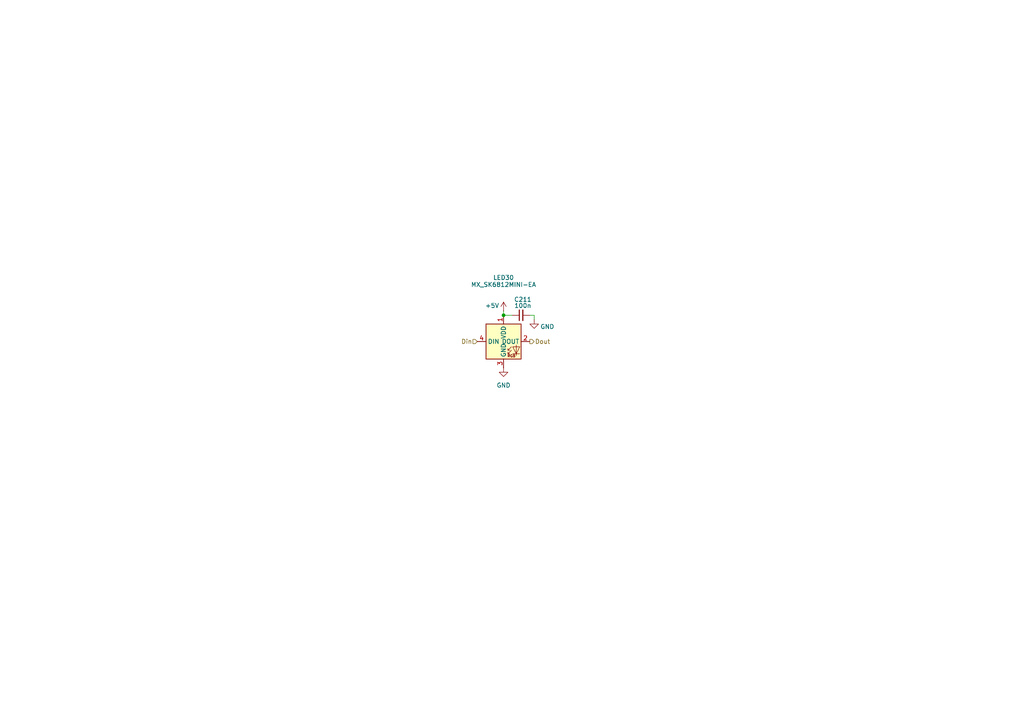
<source format=kicad_sch>
(kicad_sch
	(version 20231120)
	(generator "eeschema")
	(generator_version "8.0")
	(uuid "9bebb41a-c01e-482a-919d-3187afe53f28")
	(paper "A4")
	(lib_symbols
		(symbol "Device:C_Small"
			(pin_numbers hide)
			(pin_names
				(offset 0.254) hide)
			(exclude_from_sim no)
			(in_bom yes)
			(on_board yes)
			(property "Reference" "C"
				(at 0.254 1.778 0)
				(effects
					(font
						(size 1.27 1.27)
					)
					(justify left)
				)
			)
			(property "Value" "C_Small"
				(at 0.254 -2.032 0)
				(effects
					(font
						(size 1.27 1.27)
					)
					(justify left)
				)
			)
			(property "Footprint" ""
				(at 0 0 0)
				(effects
					(font
						(size 1.27 1.27)
					)
					(hide yes)
				)
			)
			(property "Datasheet" "~"
				(at 0 0 0)
				(effects
					(font
						(size 1.27 1.27)
					)
					(hide yes)
				)
			)
			(property "Description" "Unpolarized capacitor, small symbol"
				(at 0 0 0)
				(effects
					(font
						(size 1.27 1.27)
					)
					(hide yes)
				)
			)
			(property "ki_keywords" "capacitor cap"
				(at 0 0 0)
				(effects
					(font
						(size 1.27 1.27)
					)
					(hide yes)
				)
			)
			(property "ki_fp_filters" "C_*"
				(at 0 0 0)
				(effects
					(font
						(size 1.27 1.27)
					)
					(hide yes)
				)
			)
			(symbol "C_Small_0_1"
				(polyline
					(pts
						(xy -1.524 -0.508) (xy 1.524 -0.508)
					)
					(stroke
						(width 0.3302)
						(type default)
					)
					(fill
						(type none)
					)
				)
				(polyline
					(pts
						(xy -1.524 0.508) (xy 1.524 0.508)
					)
					(stroke
						(width 0.3048)
						(type default)
					)
					(fill
						(type none)
					)
				)
			)
			(symbol "C_Small_1_1"
				(pin passive line
					(at 0 2.54 270)
					(length 2.032)
					(name "~"
						(effects
							(font
								(size 1.27 1.27)
							)
						)
					)
					(number "1"
						(effects
							(font
								(size 1.27 1.27)
							)
						)
					)
				)
				(pin passive line
					(at 0 -2.54 90)
					(length 2.032)
					(name "~"
						(effects
							(font
								(size 1.27 1.27)
							)
						)
					)
					(number "2"
						(effects
							(font
								(size 1.27 1.27)
							)
						)
					)
				)
			)
		)
		(symbol "fahajboard:MX_SK6812MINI-EA"
			(exclude_from_sim no)
			(in_bom yes)
			(on_board yes)
			(property "Reference" "LED31"
				(at 0 16.51 0)
				(effects
					(font
						(size 1.27 1.27)
					)
				)
			)
			(property "Value" "MX_SK6812MINI-EA"
				(at 0 14.605 0)
				(effects
					(font
						(size 1.27 1.27)
					)
				)
			)
			(property "Footprint" "MoonBoard:SK 6812 MINI-EA"
				(at 0 -19.05 0)
				(effects
					(font
						(size 1.27 1.27)
					)
					(hide yes)
				)
			)
			(property "Datasheet" ""
				(at 0 0 0)
				(effects
					(font
						(size 1.27 1.27)
					)
					(hide yes)
				)
			)
			(property "Description" "Reverse mount adressable LED (WS2812 protocol)"
				(at 0 0 0)
				(effects
					(font
						(size 1.27 1.27)
					)
					(hide yes)
				)
			)
			(property "ki_keywords" "reverse mount led revmount rgb"
				(at 0 0 0)
				(effects
					(font
						(size 1.27 1.27)
					)
					(hide yes)
				)
			)
			(symbol "MX_SK6812MINI-EA_0_0"
				(text "RGB"
					(at 2.286 -4.191 0)
					(effects
						(font
							(size 0.762 0.762)
						)
					)
				)
			)
			(symbol "MX_SK6812MINI-EA_0_1"
				(rectangle
					(start -5.08 5.08)
					(end 5.08 -5.08)
					(stroke
						(width 0.254)
						(type default)
					)
					(fill
						(type background)
					)
				)
				(polyline
					(pts
						(xy 1.27 -3.556) (xy 1.778 -3.556)
					)
					(stroke
						(width 0)
						(type default)
					)
					(fill
						(type none)
					)
				)
				(polyline
					(pts
						(xy 1.27 -2.54) (xy 1.778 -2.54)
					)
					(stroke
						(width 0)
						(type default)
					)
					(fill
						(type none)
					)
				)
				(polyline
					(pts
						(xy 4.699 -3.556) (xy 2.667 -3.556)
					)
					(stroke
						(width 0)
						(type default)
					)
					(fill
						(type none)
					)
				)
				(polyline
					(pts
						(xy 2.286 -2.54) (xy 1.27 -3.556) (xy 1.27 -3.048)
					)
					(stroke
						(width 0)
						(type default)
					)
					(fill
						(type none)
					)
				)
				(polyline
					(pts
						(xy 2.286 -1.524) (xy 1.27 -2.54) (xy 1.27 -2.032)
					)
					(stroke
						(width 0)
						(type default)
					)
					(fill
						(type none)
					)
				)
				(polyline
					(pts
						(xy 3.683 -1.016) (xy 3.683 -3.556) (xy 3.683 -4.064)
					)
					(stroke
						(width 0)
						(type default)
					)
					(fill
						(type none)
					)
				)
				(polyline
					(pts
						(xy 4.699 -1.524) (xy 2.667 -1.524) (xy 3.683 -3.556) (xy 4.699 -1.524)
					)
					(stroke
						(width 0)
						(type default)
					)
					(fill
						(type none)
					)
				)
			)
			(symbol "MX_SK6812MINI-EA_1_1"
				(pin power_in line
					(at 0 7.62 270)
					(length 2.54)
					(name "VDD"
						(effects
							(font
								(size 1.27 1.27)
							)
						)
					)
					(number "1"
						(effects
							(font
								(size 1.27 1.27)
							)
						)
					)
				)
				(pin output line
					(at 7.62 0 180)
					(length 2.54)
					(name "DOUT"
						(effects
							(font
								(size 1.27 1.27)
							)
						)
					)
					(number "2"
						(effects
							(font
								(size 1.27 1.27)
							)
						)
					)
				)
				(pin power_in line
					(at 0 -7.62 90)
					(length 2.54)
					(name "GND"
						(effects
							(font
								(size 1.27 1.27)
							)
						)
					)
					(number "3"
						(effects
							(font
								(size 1.27 1.27)
							)
						)
					)
				)
				(pin input line
					(at -7.62 0 0)
					(length 2.54)
					(name "DIN"
						(effects
							(font
								(size 1.27 1.27)
							)
						)
					)
					(number "4"
						(effects
							(font
								(size 1.27 1.27)
							)
						)
					)
				)
			)
		)
		(symbol "power:+5V"
			(power)
			(pin_numbers hide)
			(pin_names
				(offset 0) hide)
			(exclude_from_sim no)
			(in_bom yes)
			(on_board yes)
			(property "Reference" "#PWR"
				(at 0 -3.81 0)
				(effects
					(font
						(size 1.27 1.27)
					)
					(hide yes)
				)
			)
			(property "Value" "+5V"
				(at 0 3.556 0)
				(effects
					(font
						(size 1.27 1.27)
					)
				)
			)
			(property "Footprint" ""
				(at 0 0 0)
				(effects
					(font
						(size 1.27 1.27)
					)
					(hide yes)
				)
			)
			(property "Datasheet" ""
				(at 0 0 0)
				(effects
					(font
						(size 1.27 1.27)
					)
					(hide yes)
				)
			)
			(property "Description" "Power symbol creates a global label with name \"+5V\""
				(at 0 0 0)
				(effects
					(font
						(size 1.27 1.27)
					)
					(hide yes)
				)
			)
			(property "ki_keywords" "global power"
				(at 0 0 0)
				(effects
					(font
						(size 1.27 1.27)
					)
					(hide yes)
				)
			)
			(symbol "+5V_0_1"
				(polyline
					(pts
						(xy -0.762 1.27) (xy 0 2.54)
					)
					(stroke
						(width 0)
						(type default)
					)
					(fill
						(type none)
					)
				)
				(polyline
					(pts
						(xy 0 0) (xy 0 2.54)
					)
					(stroke
						(width 0)
						(type default)
					)
					(fill
						(type none)
					)
				)
				(polyline
					(pts
						(xy 0 2.54) (xy 0.762 1.27)
					)
					(stroke
						(width 0)
						(type default)
					)
					(fill
						(type none)
					)
				)
			)
			(symbol "+5V_1_1"
				(pin power_in line
					(at 0 0 90)
					(length 0)
					(name "~"
						(effects
							(font
								(size 1.27 1.27)
							)
						)
					)
					(number "1"
						(effects
							(font
								(size 1.27 1.27)
							)
						)
					)
				)
			)
		)
		(symbol "power:GND"
			(power)
			(pin_numbers hide)
			(pin_names
				(offset 0) hide)
			(exclude_from_sim no)
			(in_bom yes)
			(on_board yes)
			(property "Reference" "#PWR"
				(at 0 -6.35 0)
				(effects
					(font
						(size 1.27 1.27)
					)
					(hide yes)
				)
			)
			(property "Value" "GND"
				(at 0 -3.81 0)
				(effects
					(font
						(size 1.27 1.27)
					)
				)
			)
			(property "Footprint" ""
				(at 0 0 0)
				(effects
					(font
						(size 1.27 1.27)
					)
					(hide yes)
				)
			)
			(property "Datasheet" ""
				(at 0 0 0)
				(effects
					(font
						(size 1.27 1.27)
					)
					(hide yes)
				)
			)
			(property "Description" "Power symbol creates a global label with name \"GND\" , ground"
				(at 0 0 0)
				(effects
					(font
						(size 1.27 1.27)
					)
					(hide yes)
				)
			)
			(property "ki_keywords" "global power"
				(at 0 0 0)
				(effects
					(font
						(size 1.27 1.27)
					)
					(hide yes)
				)
			)
			(symbol "GND_0_1"
				(polyline
					(pts
						(xy 0 0) (xy 0 -1.27) (xy 1.27 -1.27) (xy 0 -2.54) (xy -1.27 -1.27) (xy 0 -1.27)
					)
					(stroke
						(width 0)
						(type default)
					)
					(fill
						(type none)
					)
				)
			)
			(symbol "GND_1_1"
				(pin power_in line
					(at 0 0 270)
					(length 0)
					(name "~"
						(effects
							(font
								(size 1.27 1.27)
							)
						)
					)
					(number "1"
						(effects
							(font
								(size 1.27 1.27)
							)
						)
					)
				)
			)
		)
	)
	(junction
		(at 146.05 91.44)
		(diameter 0)
		(color 0 0 0 0)
		(uuid "ab868c30-5853-46d0-83a1-ae3797ec9520")
	)
	(wire
		(pts
			(xy 146.05 90.17) (xy 146.05 91.44)
		)
		(stroke
			(width 0)
			(type default)
		)
		(uuid "92836e61-9489-49d3-aae6-98632989e334")
	)
	(wire
		(pts
			(xy 153.67 91.44) (xy 154.94 91.44)
		)
		(stroke
			(width 0)
			(type default)
		)
		(uuid "bbba5385-ca83-49cb-8312-3d4d7305ddbe")
	)
	(wire
		(pts
			(xy 146.05 91.44) (xy 148.59 91.44)
		)
		(stroke
			(width 0)
			(type default)
		)
		(uuid "c59fda7a-3b1c-4efb-868c-6dc566a32826")
	)
	(wire
		(pts
			(xy 154.94 91.44) (xy 154.94 92.71)
		)
		(stroke
			(width 0)
			(type default)
		)
		(uuid "c724acc5-5d4f-4c0c-a05c-bb888c74c4ca")
	)
	(hierarchical_label "Dout"
		(shape output)
		(at 153.67 99.06 0)
		(fields_autoplaced yes)
		(effects
			(font
				(size 1.27 1.27)
			)
			(justify left)
		)
		(uuid "2d952f6b-50e3-4f69-9dad-651c99d5347a")
	)
	(hierarchical_label "Din"
		(shape input)
		(at 138.43 99.06 180)
		(fields_autoplaced yes)
		(effects
			(font
				(size 1.27 1.27)
			)
			(justify right)
		)
		(uuid "f0f6b6d3-1cc6-447a-8a7a-f9cdc9ebef0a")
	)
	(symbol
		(lib_id "power:GND")
		(at 146.05 106.68 0)
		(unit 1)
		(exclude_from_sim no)
		(in_bom yes)
		(on_board yes)
		(dnp no)
		(fields_autoplaced yes)
		(uuid "6fded430-87ff-4ca5-af2a-b1395f9d253f")
		(property "Reference" "#PWR0474"
			(at 146.05 113.03 0)
			(effects
				(font
					(size 1.27 1.27)
				)
				(hide yes)
			)
		)
		(property "Value" "GND"
			(at 146.05 111.76 0)
			(effects
				(font
					(size 1.27 1.27)
				)
			)
		)
		(property "Footprint" ""
			(at 146.05 106.68 0)
			(effects
				(font
					(size 1.27 1.27)
				)
				(hide yes)
			)
		)
		(property "Datasheet" ""
			(at 146.05 106.68 0)
			(effects
				(font
					(size 1.27 1.27)
				)
				(hide yes)
			)
		)
		(property "Description" "Power symbol creates a global label with name \"GND\" , ground"
			(at 146.05 106.68 0)
			(effects
				(font
					(size 1.27 1.27)
				)
				(hide yes)
			)
		)
		(pin "1"
			(uuid "4e3ff325-c9a6-48fb-b3c3-1616476863ee")
		)
		(instances
			(project "hall effect keyboard"
				(path "/d6cd2c7a-4b62-4ee3-9519-bce8a1bda3f1/a26a8aa4-acd6-4116-aaa2-8a8a474f0fd9/06fac206-1018-4014-b94d-5e0237c78490"
					(reference "#PWR0474")
					(unit 1)
				)
				(path "/d6cd2c7a-4b62-4ee3-9519-bce8a1bda3f1/a26a8aa4-acd6-4116-aaa2-8a8a474f0fd9/0d5bec7b-2619-4fea-87f2-2aa1b399f2de"
					(reference "#PWR0405")
					(unit 1)
				)
				(path "/d6cd2c7a-4b62-4ee3-9519-bce8a1bda3f1/a26a8aa4-acd6-4116-aaa2-8a8a474f0fd9/0ef33708-a9a0-4b19-b31b-f071044bae82"
					(reference "#PWR0498")
					(unit 1)
				)
				(path "/d6cd2c7a-4b62-4ee3-9519-bce8a1bda3f1/a26a8aa4-acd6-4116-aaa2-8a8a474f0fd9/11f21610-e9ab-48c1-b158-9f807a86a3d7"
					(reference "#PWR0555")
					(unit 1)
				)
				(path "/d6cd2c7a-4b62-4ee3-9519-bce8a1bda3f1/a26a8aa4-acd6-4116-aaa2-8a8a474f0fd9/12da3aa8-b750-4b04-9b5d-05d0429bba39"
					(reference "#PWR0471")
					(unit 1)
				)
				(path "/d6cd2c7a-4b62-4ee3-9519-bce8a1bda3f1/a26a8aa4-acd6-4116-aaa2-8a8a474f0fd9/1314dddf-2829-4cda-94d6-ec3eee4be234"
					(reference "#PWR0582")
					(unit 1)
				)
				(path "/d6cd2c7a-4b62-4ee3-9519-bce8a1bda3f1/a26a8aa4-acd6-4116-aaa2-8a8a474f0fd9/2161653f-0c5b-436a-8788-dbfb368c26cf"
					(reference "#PWR0486")
					(unit 1)
				)
				(path "/d6cd2c7a-4b62-4ee3-9519-bce8a1bda3f1/a26a8aa4-acd6-4116-aaa2-8a8a474f0fd9/2374db00-a6ed-4a48-a2ba-a1fda185e714"
					(reference "#PWR0501")
					(unit 1)
				)
				(path "/d6cd2c7a-4b62-4ee3-9519-bce8a1bda3f1/a26a8aa4-acd6-4116-aaa2-8a8a474f0fd9/261d9e84-527f-493c-a8ca-80c21a1e5611"
					(reference "#PWR0393")
					(unit 1)
				)
				(path "/d6cd2c7a-4b62-4ee3-9519-bce8a1bda3f1/a26a8aa4-acd6-4116-aaa2-8a8a474f0fd9/2d735934-962c-496a-8d21-07e766b202e3"
					(reference "#PWR0420")
					(unit 1)
				)
				(path "/d6cd2c7a-4b62-4ee3-9519-bce8a1bda3f1/a26a8aa4-acd6-4116-aaa2-8a8a474f0fd9/2f470bb0-5579-45d2-8440-bc6e3336c90a"
					(reference "#PWR0411")
					(unit 1)
				)
				(path "/d6cd2c7a-4b62-4ee3-9519-bce8a1bda3f1/a26a8aa4-acd6-4116-aaa2-8a8a474f0fd9/39e7a2e3-2c7c-460a-924b-452d91c3efe3"
					(reference "#PWR0483")
					(unit 1)
				)
				(path "/d6cd2c7a-4b62-4ee3-9519-bce8a1bda3f1/a26a8aa4-acd6-4116-aaa2-8a8a474f0fd9/416d22c7-d0ff-40ad-b03f-d9518209503a"
					(reference "#PWR0495")
					(unit 1)
				)
				(path "/d6cd2c7a-4b62-4ee3-9519-bce8a1bda3f1/a26a8aa4-acd6-4116-aaa2-8a8a474f0fd9/42c48599-dd54-4e91-8aff-f2f4cac71114"
					(reference "#PWR0402")
					(unit 1)
				)
				(path "/d6cd2c7a-4b62-4ee3-9519-bce8a1bda3f1/a26a8aa4-acd6-4116-aaa2-8a8a474f0fd9/45196c05-6c71-4d5d-9035-a0fd9d87755f"
					(reference "#PWR0585")
					(unit 1)
				)
				(path "/d6cd2c7a-4b62-4ee3-9519-bce8a1bda3f1/a26a8aa4-acd6-4116-aaa2-8a8a474f0fd9/4bf6e583-d0cc-439c-a4ea-dc26b848a337"
					(reference "#PWR0558")
					(unit 1)
				)
				(path "/d6cd2c7a-4b62-4ee3-9519-bce8a1bda3f1/a26a8aa4-acd6-4116-aaa2-8a8a474f0fd9/4d867171-15c6-4416-8395-83a5c2da474b"
					(reference "#PWR0480")
					(unit 1)
				)
				(path "/d6cd2c7a-4b62-4ee3-9519-bce8a1bda3f1/a26a8aa4-acd6-4116-aaa2-8a8a474f0fd9/4e773e5f-9016-4a12-9c71-2c01157986ae"
					(reference "#PWR0564")
					(unit 1)
				)
				(path "/d6cd2c7a-4b62-4ee3-9519-bce8a1bda3f1/a26a8aa4-acd6-4116-aaa2-8a8a474f0fd9/5226ee72-97f7-4324-b353-f5e8d9ea99bc"
					(reference "#PWR0504")
					(unit 1)
				)
				(path "/d6cd2c7a-4b62-4ee3-9519-bce8a1bda3f1/a26a8aa4-acd6-4116-aaa2-8a8a474f0fd9/524973f8-53ee-429f-a9cb-b8552bb2cc6a"
					(reference "#PWR0414")
					(unit 1)
				)
				(path "/d6cd2c7a-4b62-4ee3-9519-bce8a1bda3f1/a26a8aa4-acd6-4116-aaa2-8a8a474f0fd9/5b9c1f68-7d99-4d4a-8cc9-224ad46bea69"
					(reference "#PWR0477")
					(unit 1)
				)
				(path "/d6cd2c7a-4b62-4ee3-9519-bce8a1bda3f1/a26a8aa4-acd6-4116-aaa2-8a8a474f0fd9/7e560459-3ee8-4d5a-b144-77d78157d3ea"
					(reference "#PWR0390")
					(unit 1)
				)
				(path "/d6cd2c7a-4b62-4ee3-9519-bce8a1bda3f1/a26a8aa4-acd6-4116-aaa2-8a8a474f0fd9/8917f80e-afef-4ac1-b052-2ae007869387"
					(reference "#PWR0408")
					(unit 1)
				)
				(path "/d6cd2c7a-4b62-4ee3-9519-bce8a1bda3f1/a26a8aa4-acd6-4116-aaa2-8a8a474f0fd9/8fc119f6-fef9-46b0-8113-b6268c217c44"
					(reference "#PWR0579")
					(unit 1)
				)
				(path "/d6cd2c7a-4b62-4ee3-9519-bce8a1bda3f1/a26a8aa4-acd6-4116-aaa2-8a8a474f0fd9/900dcee5-1099-48ca-b9ab-e8948853fe62"
					(reference "#PWR0573")
					(unit 1)
				)
				(path "/d6cd2c7a-4b62-4ee3-9519-bce8a1bda3f1/a26a8aa4-acd6-4116-aaa2-8a8a474f0fd9/9e1038a7-852f-4443-bb84-e4fb56179d9f"
					(reference "#PWR0387")
					(unit 1)
				)
				(path "/d6cd2c7a-4b62-4ee3-9519-bce8a1bda3f1/a26a8aa4-acd6-4116-aaa2-8a8a474f0fd9/9eb2a5e1-8365-439f-ae28-027695d671f7"
					(reference "#PWR0399")
					(unit 1)
				)
				(path "/d6cd2c7a-4b62-4ee3-9519-bce8a1bda3f1/a26a8aa4-acd6-4116-aaa2-8a8a474f0fd9/ae94ed0b-80e4-43b1-8fb6-9ee1d211f7da"
					(reference "#PWR0396")
					(unit 1)
				)
				(path "/d6cd2c7a-4b62-4ee3-9519-bce8a1bda3f1/a26a8aa4-acd6-4116-aaa2-8a8a474f0fd9/b176bc5e-89fa-4e22-a0bb-e31fd3752134"
					(reference "#PWR0417")
					(unit 1)
				)
				(path "/d6cd2c7a-4b62-4ee3-9519-bce8a1bda3f1/a26a8aa4-acd6-4116-aaa2-8a8a474f0fd9/b76af551-05dc-4c85-9fd2-4fc29c27da8c"
					(reference "#PWR0549")
					(unit 1)
				)
				(path "/d6cd2c7a-4b62-4ee3-9519-bce8a1bda3f1/a26a8aa4-acd6-4116-aaa2-8a8a474f0fd9/b9530f66-4082-4638-aee8-94f0d29b2cab"
					(reference "#PWR0552")
					(unit 1)
				)
				(path "/d6cd2c7a-4b62-4ee3-9519-bce8a1bda3f1/a26a8aa4-acd6-4116-aaa2-8a8a474f0fd9/ba867d40-66ee-4d2f-9cfb-18ebdd00bdba"
					(reference "#PWR0567")
					(unit 1)
				)
				(path "/d6cd2c7a-4b62-4ee3-9519-bce8a1bda3f1/a26a8aa4-acd6-4116-aaa2-8a8a474f0fd9/bd5a1111-6605-4e62-9811-d482e58980a3"
					(reference "#PWR0492")
					(unit 1)
				)
				(path "/d6cd2c7a-4b62-4ee3-9519-bce8a1bda3f1/a26a8aa4-acd6-4116-aaa2-8a8a474f0fd9/bdca0141-7c03-4253-b88b-8be0482a99f7"
					(reference "#PWR0489")
					(unit 1)
				)
				(path "/d6cd2c7a-4b62-4ee3-9519-bce8a1bda3f1/a26a8aa4-acd6-4116-aaa2-8a8a474f0fd9/d6432ce7-f11e-448c-bd79-dcf324ef3186"
					(reference "#PWR0576")
					(unit 1)
				)
				(path "/d6cd2c7a-4b62-4ee3-9519-bce8a1bda3f1/a26a8aa4-acd6-4116-aaa2-8a8a474f0fd9/dcc98d34-b4c8-4487-954f-6420d9ed8463"
					(reference "#PWR0561")
					(unit 1)
				)
				(path "/d6cd2c7a-4b62-4ee3-9519-bce8a1bda3f1/a26a8aa4-acd6-4116-aaa2-8a8a474f0fd9/e49cb341-98da-4ad6-bc5c-53a45250c46f"
					(reference "#PWR0423")
					(unit 1)
				)
				(path "/d6cd2c7a-4b62-4ee3-9519-bce8a1bda3f1/a26a8aa4-acd6-4116-aaa2-8a8a474f0fd9/f8e502d6-7a2c-48be-8d33-f36bb596f825"
					(reference "#PWR0468")
					(unit 1)
				)
				(path "/d6cd2c7a-4b62-4ee3-9519-bce8a1bda3f1/a26a8aa4-acd6-4116-aaa2-8a8a474f0fd9/f9783a4f-a568-45b4-a2a2-6cde8654b7a8"
					(reference "#PWR0624")
					(unit 1)
				)
				(path "/d6cd2c7a-4b62-4ee3-9519-bce8a1bda3f1/a26a8aa4-acd6-4116-aaa2-8a8a474f0fd9/fdcf64e9-4bf8-44ee-bbbc-590bed2500da"
					(reference "#PWR0570")
					(unit 1)
				)
			)
		)
	)
	(symbol
		(lib_id "fahajboard:MX_SK6812MINI-EA")
		(at 146.05 99.06 0)
		(unit 1)
		(exclude_from_sim no)
		(in_bom yes)
		(on_board yes)
		(dnp no)
		(uuid "719e08db-0828-4914-8e18-7c5e24d09616")
		(property "Reference" "LED30"
			(at 146.05 80.518 0)
			(effects
				(font
					(size 1.27 1.27)
				)
			)
		)
		(property "Value" "MX_SK6812MINI-EA"
			(at 146.05 82.55 0)
			(effects
				(font
					(size 1.27 1.27)
				)
			)
		)
		(property "Footprint" "fahaj:SK 6812 MINI-EA"
			(at 146.05 118.11 0)
			(effects
				(font
					(size 1.27 1.27)
				)
				(hide yes)
			)
		)
		(property "Datasheet" ""
			(at 146.05 99.06 0)
			(effects
				(font
					(size 1.27 1.27)
				)
				(hide yes)
			)
		)
		(property "Description" "Reverse mount adressable LED (WS2812 protocol)"
			(at 146.05 99.06 0)
			(effects
				(font
					(size 1.27 1.27)
				)
				(hide yes)
			)
		)
		(pin "4"
			(uuid "526ff0c3-ad30-4622-8bb6-92be6dc2173d")
		)
		(pin "1"
			(uuid "a8c08ac7-c467-4606-98c7-2cadbf6e8a77")
		)
		(pin "2"
			(uuid "47f18501-ac5d-4758-8f52-6e1d0c6d0668")
		)
		(pin "3"
			(uuid "9e25306a-b117-4a62-8335-606de253384f")
		)
		(instances
			(project "hall effect keyboard"
				(path "/d6cd2c7a-4b62-4ee3-9519-bce8a1bda3f1/a26a8aa4-acd6-4116-aaa2-8a8a474f0fd9/06fac206-1018-4014-b94d-5e0237c78490"
					(reference "LED30")
					(unit 1)
				)
				(path "/d6cd2c7a-4b62-4ee3-9519-bce8a1bda3f1/a26a8aa4-acd6-4116-aaa2-8a8a474f0fd9/0d5bec7b-2619-4fea-87f2-2aa1b399f2de"
					(reference "LED7")
					(unit 1)
				)
				(path "/d6cd2c7a-4b62-4ee3-9519-bce8a1bda3f1/a26a8aa4-acd6-4116-aaa2-8a8a474f0fd9/0ef33708-a9a0-4b19-b31b-f071044bae82"
					(reference "LED38")
					(unit 1)
				)
				(path "/d6cd2c7a-4b62-4ee3-9519-bce8a1bda3f1/a26a8aa4-acd6-4116-aaa2-8a8a474f0fd9/11f21610-e9ab-48c1-b158-9f807a86a3d7"
					(reference "LED57")
					(unit 1)
				)
				(path "/d6cd2c7a-4b62-4ee3-9519-bce8a1bda3f1/a26a8aa4-acd6-4116-aaa2-8a8a474f0fd9/12da3aa8-b750-4b04-9b5d-05d0429bba39"
					(reference "LED29")
					(unit 1)
				)
				(path "/d6cd2c7a-4b62-4ee3-9519-bce8a1bda3f1/a26a8aa4-acd6-4116-aaa2-8a8a474f0fd9/1314dddf-2829-4cda-94d6-ec3eee4be234"
					(reference "LED66")
					(unit 1)
				)
				(path "/d6cd2c7a-4b62-4ee3-9519-bce8a1bda3f1/a26a8aa4-acd6-4116-aaa2-8a8a474f0fd9/2161653f-0c5b-436a-8788-dbfb368c26cf"
					(reference "LED34")
					(unit 1)
				)
				(path "/d6cd2c7a-4b62-4ee3-9519-bce8a1bda3f1/a26a8aa4-acd6-4116-aaa2-8a8a474f0fd9/2374db00-a6ed-4a48-a2ba-a1fda185e714"
					(reference "LED39")
					(unit 1)
				)
				(path "/d6cd2c7a-4b62-4ee3-9519-bce8a1bda3f1/a26a8aa4-acd6-4116-aaa2-8a8a474f0fd9/261d9e84-527f-493c-a8ca-80c21a1e5611"
					(reference "LED3")
					(unit 1)
				)
				(path "/d6cd2c7a-4b62-4ee3-9519-bce8a1bda3f1/a26a8aa4-acd6-4116-aaa2-8a8a474f0fd9/2d735934-962c-496a-8d21-07e766b202e3"
					(reference "LED12")
					(unit 1)
				)
				(path "/d6cd2c7a-4b62-4ee3-9519-bce8a1bda3f1/a26a8aa4-acd6-4116-aaa2-8a8a474f0fd9/2f470bb0-5579-45d2-8440-bc6e3336c90a"
					(reference "LED9")
					(unit 1)
				)
				(path "/d6cd2c7a-4b62-4ee3-9519-bce8a1bda3f1/a26a8aa4-acd6-4116-aaa2-8a8a474f0fd9/39e7a2e3-2c7c-460a-924b-452d91c3efe3"
					(reference "LED33")
					(unit 1)
				)
				(path "/d6cd2c7a-4b62-4ee3-9519-bce8a1bda3f1/a26a8aa4-acd6-4116-aaa2-8a8a474f0fd9/416d22c7-d0ff-40ad-b03f-d9518209503a"
					(reference "LED37")
					(unit 1)
				)
				(path "/d6cd2c7a-4b62-4ee3-9519-bce8a1bda3f1/a26a8aa4-acd6-4116-aaa2-8a8a474f0fd9/42c48599-dd54-4e91-8aff-f2f4cac71114"
					(reference "LED6")
					(unit 1)
				)
				(path "/d6cd2c7a-4b62-4ee3-9519-bce8a1bda3f1/a26a8aa4-acd6-4116-aaa2-8a8a474f0fd9/45196c05-6c71-4d5d-9035-a0fd9d87755f"
					(reference "LED67")
					(unit 1)
				)
				(path "/d6cd2c7a-4b62-4ee3-9519-bce8a1bda3f1/a26a8aa4-acd6-4116-aaa2-8a8a474f0fd9/4bf6e583-d0cc-439c-a4ea-dc26b848a337"
					(reference "LED58")
					(unit 1)
				)
				(path "/d6cd2c7a-4b62-4ee3-9519-bce8a1bda3f1/a26a8aa4-acd6-4116-aaa2-8a8a474f0fd9/4d867171-15c6-4416-8395-83a5c2da474b"
					(reference "LED32")
					(unit 1)
				)
				(path "/d6cd2c7a-4b62-4ee3-9519-bce8a1bda3f1/a26a8aa4-acd6-4116-aaa2-8a8a474f0fd9/4e773e5f-9016-4a12-9c71-2c01157986ae"
					(reference "LED60")
					(unit 1)
				)
				(path "/d6cd2c7a-4b62-4ee3-9519-bce8a1bda3f1/a26a8aa4-acd6-4116-aaa2-8a8a474f0fd9/5226ee72-97f7-4324-b353-f5e8d9ea99bc"
					(reference "LED40")
					(unit 1)
				)
				(path "/d6cd2c7a-4b62-4ee3-9519-bce8a1bda3f1/a26a8aa4-acd6-4116-aaa2-8a8a474f0fd9/524973f8-53ee-429f-a9cb-b8552bb2cc6a"
					(reference "LED10")
					(unit 1)
				)
				(path "/d6cd2c7a-4b62-4ee3-9519-bce8a1bda3f1/a26a8aa4-acd6-4116-aaa2-8a8a474f0fd9/5b9c1f68-7d99-4d4a-8cc9-224ad46bea69"
					(reference "LED31")
					(unit 1)
				)
				(path "/d6cd2c7a-4b62-4ee3-9519-bce8a1bda3f1/a26a8aa4-acd6-4116-aaa2-8a8a474f0fd9/7e560459-3ee8-4d5a-b144-77d78157d3ea"
					(reference "LED1")
					(unit 1)
				)
				(path "/d6cd2c7a-4b62-4ee3-9519-bce8a1bda3f1/a26a8aa4-acd6-4116-aaa2-8a8a474f0fd9/8917f80e-afef-4ac1-b052-2ae007869387"
					(reference "LED8")
					(unit 1)
				)
				(path "/d6cd2c7a-4b62-4ee3-9519-bce8a1bda3f1/a26a8aa4-acd6-4116-aaa2-8a8a474f0fd9/8fc119f6-fef9-46b0-8113-b6268c217c44"
					(reference "LED65")
					(unit 1)
				)
				(path "/d6cd2c7a-4b62-4ee3-9519-bce8a1bda3f1/a26a8aa4-acd6-4116-aaa2-8a8a474f0fd9/900dcee5-1099-48ca-b9ab-e8948853fe62"
					(reference "LED63")
					(unit 1)
				)
				(path "/d6cd2c7a-4b62-4ee3-9519-bce8a1bda3f1/a26a8aa4-acd6-4116-aaa2-8a8a474f0fd9/9e1038a7-852f-4443-bb84-e4fb56179d9f"
					(reference "LED2")
					(unit 1)
				)
				(path "/d6cd2c7a-4b62-4ee3-9519-bce8a1bda3f1/a26a8aa4-acd6-4116-aaa2-8a8a474f0fd9/9eb2a5e1-8365-439f-ae28-027695d671f7"
					(reference "LED5")
					(unit 1)
				)
				(path "/d6cd2c7a-4b62-4ee3-9519-bce8a1bda3f1/a26a8aa4-acd6-4116-aaa2-8a8a474f0fd9/ae94ed0b-80e4-43b1-8fb6-9ee1d211f7da"
					(reference "LED4")
					(unit 1)
				)
				(path "/d6cd2c7a-4b62-4ee3-9519-bce8a1bda3f1/a26a8aa4-acd6-4116-aaa2-8a8a474f0fd9/b176bc5e-89fa-4e22-a0bb-e31fd3752134"
					(reference "LED11")
					(unit 1)
				)
				(path "/d6cd2c7a-4b62-4ee3-9519-bce8a1bda3f1/a26a8aa4-acd6-4116-aaa2-8a8a474f0fd9/b76af551-05dc-4c85-9fd2-4fc29c27da8c"
					(reference "LED55")
					(unit 1)
				)
				(path "/d6cd2c7a-4b62-4ee3-9519-bce8a1bda3f1/a26a8aa4-acd6-4116-aaa2-8a8a474f0fd9/b9530f66-4082-4638-aee8-94f0d29b2cab"
					(reference "LED56")
					(unit 1)
				)
				(path "/d6cd2c7a-4b62-4ee3-9519-bce8a1bda3f1/a26a8aa4-acd6-4116-aaa2-8a8a474f0fd9/ba867d40-66ee-4d2f-9cfb-18ebdd00bdba"
					(reference "LED61")
					(unit 1)
				)
				(path "/d6cd2c7a-4b62-4ee3-9519-bce8a1bda3f1/a26a8aa4-acd6-4116-aaa2-8a8a474f0fd9/bd5a1111-6605-4e62-9811-d482e58980a3"
					(reference "LED36")
					(unit 1)
				)
				(path "/d6cd2c7a-4b62-4ee3-9519-bce8a1bda3f1/a26a8aa4-acd6-4116-aaa2-8a8a474f0fd9/bdca0141-7c03-4253-b88b-8be0482a99f7"
					(reference "LED35")
					(unit 1)
				)
				(path "/d6cd2c7a-4b62-4ee3-9519-bce8a1bda3f1/a26a8aa4-acd6-4116-aaa2-8a8a474f0fd9/d6432ce7-f11e-448c-bd79-dcf324ef3186"
					(reference "LED64")
					(unit 1)
				)
				(path "/d6cd2c7a-4b62-4ee3-9519-bce8a1bda3f1/a26a8aa4-acd6-4116-aaa2-8a8a474f0fd9/dcc98d34-b4c8-4487-954f-6420d9ed8463"
					(reference "LED59")
					(unit 1)
				)
				(path "/d6cd2c7a-4b62-4ee3-9519-bce8a1bda3f1/a26a8aa4-acd6-4116-aaa2-8a8a474f0fd9/e49cb341-98da-4ad6-bc5c-53a45250c46f"
					(reference "LED13")
					(unit 1)
				)
				(path "/d6cd2c7a-4b62-4ee3-9519-bce8a1bda3f1/a26a8aa4-acd6-4116-aaa2-8a8a474f0fd9/f8e502d6-7a2c-48be-8d33-f36bb596f825"
					(reference "LED28")
					(unit 1)
				)
				(path "/d6cd2c7a-4b62-4ee3-9519-bce8a1bda3f1/a26a8aa4-acd6-4116-aaa2-8a8a474f0fd9/f9783a4f-a568-45b4-a2a2-6cde8654b7a8"
					(reference "LED80")
					(unit 1)
				)
				(path "/d6cd2c7a-4b62-4ee3-9519-bce8a1bda3f1/a26a8aa4-acd6-4116-aaa2-8a8a474f0fd9/fdcf64e9-4bf8-44ee-bbbc-590bed2500da"
					(reference "LED62")
					(unit 1)
				)
			)
		)
	)
	(symbol
		(lib_id "power:+5V")
		(at 146.05 90.17 0)
		(unit 1)
		(exclude_from_sim no)
		(in_bom yes)
		(on_board yes)
		(dnp no)
		(uuid "77207e16-834d-4f6e-a44d-e848fb9a8605")
		(property "Reference" "#PWR0473"
			(at 146.05 93.98 0)
			(effects
				(font
					(size 1.27 1.27)
				)
				(hide yes)
			)
		)
		(property "Value" "+5V"
			(at 142.748 88.646 0)
			(effects
				(font
					(size 1.27 1.27)
				)
			)
		)
		(property "Footprint" ""
			(at 146.05 90.17 0)
			(effects
				(font
					(size 1.27 1.27)
				)
				(hide yes)
			)
		)
		(property "Datasheet" ""
			(at 146.05 90.17 0)
			(effects
				(font
					(size 1.27 1.27)
				)
				(hide yes)
			)
		)
		(property "Description" "Power symbol creates a global label with name \"+5V\""
			(at 146.05 90.17 0)
			(effects
				(font
					(size 1.27 1.27)
				)
				(hide yes)
			)
		)
		(pin "1"
			(uuid "da5810a1-1f75-46bd-9740-7c82f9991ab2")
		)
		(instances
			(project "hall effect keyboard"
				(path "/d6cd2c7a-4b62-4ee3-9519-bce8a1bda3f1/a26a8aa4-acd6-4116-aaa2-8a8a474f0fd9/06fac206-1018-4014-b94d-5e0237c78490"
					(reference "#PWR0473")
					(unit 1)
				)
				(path "/d6cd2c7a-4b62-4ee3-9519-bce8a1bda3f1/a26a8aa4-acd6-4116-aaa2-8a8a474f0fd9/0d5bec7b-2619-4fea-87f2-2aa1b399f2de"
					(reference "#PWR0404")
					(unit 1)
				)
				(path "/d6cd2c7a-4b62-4ee3-9519-bce8a1bda3f1/a26a8aa4-acd6-4116-aaa2-8a8a474f0fd9/0ef33708-a9a0-4b19-b31b-f071044bae82"
					(reference "#PWR0497")
					(unit 1)
				)
				(path "/d6cd2c7a-4b62-4ee3-9519-bce8a1bda3f1/a26a8aa4-acd6-4116-aaa2-8a8a474f0fd9/11f21610-e9ab-48c1-b158-9f807a86a3d7"
					(reference "#PWR0554")
					(unit 1)
				)
				(path "/d6cd2c7a-4b62-4ee3-9519-bce8a1bda3f1/a26a8aa4-acd6-4116-aaa2-8a8a474f0fd9/12da3aa8-b750-4b04-9b5d-05d0429bba39"
					(reference "#PWR0470")
					(unit 1)
				)
				(path "/d6cd2c7a-4b62-4ee3-9519-bce8a1bda3f1/a26a8aa4-acd6-4116-aaa2-8a8a474f0fd9/1314dddf-2829-4cda-94d6-ec3eee4be234"
					(reference "#PWR0581")
					(unit 1)
				)
				(path "/d6cd2c7a-4b62-4ee3-9519-bce8a1bda3f1/a26a8aa4-acd6-4116-aaa2-8a8a474f0fd9/2161653f-0c5b-436a-8788-dbfb368c26cf"
					(reference "#PWR0485")
					(unit 1)
				)
				(path "/d6cd2c7a-4b62-4ee3-9519-bce8a1bda3f1/a26a8aa4-acd6-4116-aaa2-8a8a474f0fd9/2374db00-a6ed-4a48-a2ba-a1fda185e714"
					(reference "#PWR0500")
					(unit 1)
				)
				(path "/d6cd2c7a-4b62-4ee3-9519-bce8a1bda3f1/a26a8aa4-acd6-4116-aaa2-8a8a474f0fd9/261d9e84-527f-493c-a8ca-80c21a1e5611"
					(reference "#PWR0392")
					(unit 1)
				)
				(path "/d6cd2c7a-4b62-4ee3-9519-bce8a1bda3f1/a26a8aa4-acd6-4116-aaa2-8a8a474f0fd9/2d735934-962c-496a-8d21-07e766b202e3"
					(reference "#PWR0419")
					(unit 1)
				)
				(path "/d6cd2c7a-4b62-4ee3-9519-bce8a1bda3f1/a26a8aa4-acd6-4116-aaa2-8a8a474f0fd9/2f470bb0-5579-45d2-8440-bc6e3336c90a"
					(reference "#PWR0410")
					(unit 1)
				)
				(path "/d6cd2c7a-4b62-4ee3-9519-bce8a1bda3f1/a26a8aa4-acd6-4116-aaa2-8a8a474f0fd9/39e7a2e3-2c7c-460a-924b-452d91c3efe3"
					(reference "#PWR0482")
					(unit 1)
				)
				(path "/d6cd2c7a-4b62-4ee3-9519-bce8a1bda3f1/a26a8aa4-acd6-4116-aaa2-8a8a474f0fd9/416d22c7-d0ff-40ad-b03f-d9518209503a"
					(reference "#PWR0494")
					(unit 1)
				)
				(path "/d6cd2c7a-4b62-4ee3-9519-bce8a1bda3f1/a26a8aa4-acd6-4116-aaa2-8a8a474f0fd9/42c48599-dd54-4e91-8aff-f2f4cac71114"
					(reference "#PWR0401")
					(unit 1)
				)
				(path "/d6cd2c7a-4b62-4ee3-9519-bce8a1bda3f1/a26a8aa4-acd6-4116-aaa2-8a8a474f0fd9/45196c05-6c71-4d5d-9035-a0fd9d87755f"
					(reference "#PWR0584")
					(unit 1)
				)
				(path "/d6cd2c7a-4b62-4ee3-9519-bce8a1bda3f1/a26a8aa4-acd6-4116-aaa2-8a8a474f0fd9/4bf6e583-d0cc-439c-a4ea-dc26b848a337"
					(reference "#PWR0557")
					(unit 1)
				)
				(path "/d6cd2c7a-4b62-4ee3-9519-bce8a1bda3f1/a26a8aa4-acd6-4116-aaa2-8a8a474f0fd9/4d867171-15c6-4416-8395-83a5c2da474b"
					(reference "#PWR0479")
					(unit 1)
				)
				(path "/d6cd2c7a-4b62-4ee3-9519-bce8a1bda3f1/a26a8aa4-acd6-4116-aaa2-8a8a474f0fd9/4e773e5f-9016-4a12-9c71-2c01157986ae"
					(reference "#PWR0563")
					(unit 1)
				)
				(path "/d6cd2c7a-4b62-4ee3-9519-bce8a1bda3f1/a26a8aa4-acd6-4116-aaa2-8a8a474f0fd9/5226ee72-97f7-4324-b353-f5e8d9ea99bc"
					(reference "#PWR0503")
					(unit 1)
				)
				(path "/d6cd2c7a-4b62-4ee3-9519-bce8a1bda3f1/a26a8aa4-acd6-4116-aaa2-8a8a474f0fd9/524973f8-53ee-429f-a9cb-b8552bb2cc6a"
					(reference "#PWR0413")
					(unit 1)
				)
				(path "/d6cd2c7a-4b62-4ee3-9519-bce8a1bda3f1/a26a8aa4-acd6-4116-aaa2-8a8a474f0fd9/5b9c1f68-7d99-4d4a-8cc9-224ad46bea69"
					(reference "#PWR0476")
					(unit 1)
				)
				(path "/d6cd2c7a-4b62-4ee3-9519-bce8a1bda3f1/a26a8aa4-acd6-4116-aaa2-8a8a474f0fd9/7e560459-3ee8-4d5a-b144-77d78157d3ea"
					(reference "#PWR0389")
					(unit 1)
				)
				(path "/d6cd2c7a-4b62-4ee3-9519-bce8a1bda3f1/a26a8aa4-acd6-4116-aaa2-8a8a474f0fd9/8917f80e-afef-4ac1-b052-2ae007869387"
					(reference "#PWR0407")
					(unit 1)
				)
				(path "/d6cd2c7a-4b62-4ee3-9519-bce8a1bda3f1/a26a8aa4-acd6-4116-aaa2-8a8a474f0fd9/8fc119f6-fef9-46b0-8113-b6268c217c44"
					(reference "#PWR0578")
					(unit 1)
				)
				(path "/d6cd2c7a-4b62-4ee3-9519-bce8a1bda3f1/a26a8aa4-acd6-4116-aaa2-8a8a474f0fd9/900dcee5-1099-48ca-b9ab-e8948853fe62"
					(reference "#PWR0572")
					(unit 1)
				)
				(path "/d6cd2c7a-4b62-4ee3-9519-bce8a1bda3f1/a26a8aa4-acd6-4116-aaa2-8a8a474f0fd9/9e1038a7-852f-4443-bb84-e4fb56179d9f"
					(reference "#PWR0386")
					(unit 1)
				)
				(path "/d6cd2c7a-4b62-4ee3-9519-bce8a1bda3f1/a26a8aa4-acd6-4116-aaa2-8a8a474f0fd9/9eb2a5e1-8365-439f-ae28-027695d671f7"
					(reference "#PWR0398")
					(unit 1)
				)
				(path "/d6cd2c7a-4b62-4ee3-9519-bce8a1bda3f1/a26a8aa4-acd6-4116-aaa2-8a8a474f0fd9/ae94ed0b-80e4-43b1-8fb6-9ee1d211f7da"
					(reference "#PWR0395")
					(unit 1)
				)
				(path "/d6cd2c7a-4b62-4ee3-9519-bce8a1bda3f1/a26a8aa4-acd6-4116-aaa2-8a8a474f0fd9/b176bc5e-89fa-4e22-a0bb-e31fd3752134"
					(reference "#PWR0416")
					(unit 1)
				)
				(path "/d6cd2c7a-4b62-4ee3-9519-bce8a1bda3f1/a26a8aa4-acd6-4116-aaa2-8a8a474f0fd9/b76af551-05dc-4c85-9fd2-4fc29c27da8c"
					(reference "#PWR0548")
					(unit 1)
				)
				(path "/d6cd2c7a-4b62-4ee3-9519-bce8a1bda3f1/a26a8aa4-acd6-4116-aaa2-8a8a474f0fd9/b9530f66-4082-4638-aee8-94f0d29b2cab"
					(reference "#PWR0551")
					(unit 1)
				)
				(path "/d6cd2c7a-4b62-4ee3-9519-bce8a1bda3f1/a26a8aa4-acd6-4116-aaa2-8a8a474f0fd9/ba867d40-66ee-4d2f-9cfb-18ebdd00bdba"
					(reference "#PWR0566")
					(unit 1)
				)
				(path "/d6cd2c7a-4b62-4ee3-9519-bce8a1bda3f1/a26a8aa4-acd6-4116-aaa2-8a8a474f0fd9/bd5a1111-6605-4e62-9811-d482e58980a3"
					(reference "#PWR0491")
					(unit 1)
				)
				(path "/d6cd2c7a-4b62-4ee3-9519-bce8a1bda3f1/a26a8aa4-acd6-4116-aaa2-8a8a474f0fd9/bdca0141-7c03-4253-b88b-8be0482a99f7"
					(reference "#PWR0488")
					(unit 1)
				)
				(path "/d6cd2c7a-4b62-4ee3-9519-bce8a1bda3f1/a26a8aa4-acd6-4116-aaa2-8a8a474f0fd9/d6432ce7-f11e-448c-bd79-dcf324ef3186"
					(reference "#PWR0575")
					(unit 1)
				)
				(path "/d6cd2c7a-4b62-4ee3-9519-bce8a1bda3f1/a26a8aa4-acd6-4116-aaa2-8a8a474f0fd9/dcc98d34-b4c8-4487-954f-6420d9ed8463"
					(reference "#PWR0560")
					(unit 1)
				)
				(path "/d6cd2c7a-4b62-4ee3-9519-bce8a1bda3f1/a26a8aa4-acd6-4116-aaa2-8a8a474f0fd9/e49cb341-98da-4ad6-bc5c-53a45250c46f"
					(reference "#PWR0422")
					(unit 1)
				)
				(path "/d6cd2c7a-4b62-4ee3-9519-bce8a1bda3f1/a26a8aa4-acd6-4116-aaa2-8a8a474f0fd9/f8e502d6-7a2c-48be-8d33-f36bb596f825"
					(reference "#PWR0467")
					(unit 1)
				)
				(path "/d6cd2c7a-4b62-4ee3-9519-bce8a1bda3f1/a26a8aa4-acd6-4116-aaa2-8a8a474f0fd9/f9783a4f-a568-45b4-a2a2-6cde8654b7a8"
					(reference "#PWR0623")
					(unit 1)
				)
				(path "/d6cd2c7a-4b62-4ee3-9519-bce8a1bda3f1/a26a8aa4-acd6-4116-aaa2-8a8a474f0fd9/fdcf64e9-4bf8-44ee-bbbc-590bed2500da"
					(reference "#PWR0569")
					(unit 1)
				)
			)
		)
	)
	(symbol
		(lib_id "power:GND")
		(at 154.94 92.71 0)
		(unit 1)
		(exclude_from_sim no)
		(in_bom yes)
		(on_board yes)
		(dnp no)
		(uuid "8037a6ee-6f04-4709-bf25-5c0ae3100e27")
		(property "Reference" "#PWR0475"
			(at 154.94 99.06 0)
			(effects
				(font
					(size 1.27 1.27)
				)
				(hide yes)
			)
		)
		(property "Value" "GND"
			(at 158.75 94.742 0)
			(effects
				(font
					(size 1.27 1.27)
				)
			)
		)
		(property "Footprint" ""
			(at 154.94 92.71 0)
			(effects
				(font
					(size 1.27 1.27)
				)
				(hide yes)
			)
		)
		(property "Datasheet" ""
			(at 154.94 92.71 0)
			(effects
				(font
					(size 1.27 1.27)
				)
				(hide yes)
			)
		)
		(property "Description" "Power symbol creates a global label with name \"GND\" , ground"
			(at 154.94 92.71 0)
			(effects
				(font
					(size 1.27 1.27)
				)
				(hide yes)
			)
		)
		(pin "1"
			(uuid "761b8534-ae97-4f25-bf78-61772c53b72a")
		)
		(instances
			(project "hall effect keyboard"
				(path "/d6cd2c7a-4b62-4ee3-9519-bce8a1bda3f1/a26a8aa4-acd6-4116-aaa2-8a8a474f0fd9/06fac206-1018-4014-b94d-5e0237c78490"
					(reference "#PWR0475")
					(unit 1)
				)
				(path "/d6cd2c7a-4b62-4ee3-9519-bce8a1bda3f1/a26a8aa4-acd6-4116-aaa2-8a8a474f0fd9/0d5bec7b-2619-4fea-87f2-2aa1b399f2de"
					(reference "#PWR0406")
					(unit 1)
				)
				(path "/d6cd2c7a-4b62-4ee3-9519-bce8a1bda3f1/a26a8aa4-acd6-4116-aaa2-8a8a474f0fd9/0ef33708-a9a0-4b19-b31b-f071044bae82"
					(reference "#PWR0499")
					(unit 1)
				)
				(path "/d6cd2c7a-4b62-4ee3-9519-bce8a1bda3f1/a26a8aa4-acd6-4116-aaa2-8a8a474f0fd9/11f21610-e9ab-48c1-b158-9f807a86a3d7"
					(reference "#PWR0556")
					(unit 1)
				)
				(path "/d6cd2c7a-4b62-4ee3-9519-bce8a1bda3f1/a26a8aa4-acd6-4116-aaa2-8a8a474f0fd9/12da3aa8-b750-4b04-9b5d-05d0429bba39"
					(reference "#PWR0472")
					(unit 1)
				)
				(path "/d6cd2c7a-4b62-4ee3-9519-bce8a1bda3f1/a26a8aa4-acd6-4116-aaa2-8a8a474f0fd9/1314dddf-2829-4cda-94d6-ec3eee4be234"
					(reference "#PWR0583")
					(unit 1)
				)
				(path "/d6cd2c7a-4b62-4ee3-9519-bce8a1bda3f1/a26a8aa4-acd6-4116-aaa2-8a8a474f0fd9/2161653f-0c5b-436a-8788-dbfb368c26cf"
					(reference "#PWR0487")
					(unit 1)
				)
				(path "/d6cd2c7a-4b62-4ee3-9519-bce8a1bda3f1/a26a8aa4-acd6-4116-aaa2-8a8a474f0fd9/2374db00-a6ed-4a48-a2ba-a1fda185e714"
					(reference "#PWR0502")
					(unit 1)
				)
				(path "/d6cd2c7a-4b62-4ee3-9519-bce8a1bda3f1/a26a8aa4-acd6-4116-aaa2-8a8a474f0fd9/261d9e84-527f-493c-a8ca-80c21a1e5611"
					(reference "#PWR0394")
					(unit 1)
				)
				(path "/d6cd2c7a-4b62-4ee3-9519-bce8a1bda3f1/a26a8aa4-acd6-4116-aaa2-8a8a474f0fd9/2d735934-962c-496a-8d21-07e766b202e3"
					(reference "#PWR0421")
					(unit 1)
				)
				(path "/d6cd2c7a-4b62-4ee3-9519-bce8a1bda3f1/a26a8aa4-acd6-4116-aaa2-8a8a474f0fd9/2f470bb0-5579-45d2-8440-bc6e3336c90a"
					(reference "#PWR0412")
					(unit 1)
				)
				(path "/d6cd2c7a-4b62-4ee3-9519-bce8a1bda3f1/a26a8aa4-acd6-4116-aaa2-8a8a474f0fd9/39e7a2e3-2c7c-460a-924b-452d91c3efe3"
					(reference "#PWR0484")
					(unit 1)
				)
				(path "/d6cd2c7a-4b62-4ee3-9519-bce8a1bda3f1/a26a8aa4-acd6-4116-aaa2-8a8a474f0fd9/416d22c7-d0ff-40ad-b03f-d9518209503a"
					(reference "#PWR0496")
					(unit 1)
				)
				(path "/d6cd2c7a-4b62-4ee3-9519-bce8a1bda3f1/a26a8aa4-acd6-4116-aaa2-8a8a474f0fd9/42c48599-dd54-4e91-8aff-f2f4cac71114"
					(reference "#PWR0403")
					(unit 1)
				)
				(path "/d6cd2c7a-4b62-4ee3-9519-bce8a1bda3f1/a26a8aa4-acd6-4116-aaa2-8a8a474f0fd9/45196c05-6c71-4d5d-9035-a0fd9d87755f"
					(reference "#PWR0586")
					(unit 1)
				)
				(path "/d6cd2c7a-4b62-4ee3-9519-bce8a1bda3f1/a26a8aa4-acd6-4116-aaa2-8a8a474f0fd9/4bf6e583-d0cc-439c-a4ea-dc26b848a337"
					(reference "#PWR0559")
					(unit 1)
				)
				(path "/d6cd2c7a-4b62-4ee3-9519-bce8a1bda3f1/a26a8aa4-acd6-4116-aaa2-8a8a474f0fd9/4d867171-15c6-4416-8395-83a5c2da474b"
					(reference "#PWR0481")
					(unit 1)
				)
				(path "/d6cd2c7a-4b62-4ee3-9519-bce8a1bda3f1/a26a8aa4-acd6-4116-aaa2-8a8a474f0fd9/4e773e5f-9016-4a12-9c71-2c01157986ae"
					(reference "#PWR0565")
					(unit 1)
				)
				(path "/d6cd2c7a-4b62-4ee3-9519-bce8a1bda3f1/a26a8aa4-acd6-4116-aaa2-8a8a474f0fd9/5226ee72-97f7-4324-b353-f5e8d9ea99bc"
					(reference "#PWR0505")
					(unit 1)
				)
				(path "/d6cd2c7a-4b62-4ee3-9519-bce8a1bda3f1/a26a8aa4-acd6-4116-aaa2-8a8a474f0fd9/524973f8-53ee-429f-a9cb-b8552bb2cc6a"
					(reference "#PWR0415")
					(unit 1)
				)
				(path "/d6cd2c7a-4b62-4ee3-9519-bce8a1bda3f1/a26a8aa4-acd6-4116-aaa2-8a8a474f0fd9/5b9c1f68-7d99-4d4a-8cc9-224ad46bea69"
					(reference "#PWR0478")
					(unit 1)
				)
				(path "/d6cd2c7a-4b62-4ee3-9519-bce8a1bda3f1/a26a8aa4-acd6-4116-aaa2-8a8a474f0fd9/7e560459-3ee8-4d5a-b144-77d78157d3ea"
					(reference "#PWR0391")
					(unit 1)
				)
				(path "/d6cd2c7a-4b62-4ee3-9519-bce8a1bda3f1/a26a8aa4-acd6-4116-aaa2-8a8a474f0fd9/8917f80e-afef-4ac1-b052-2ae007869387"
					(reference "#PWR0409")
					(unit 1)
				)
				(path "/d6cd2c7a-4b62-4ee3-9519-bce8a1bda3f1/a26a8aa4-acd6-4116-aaa2-8a8a474f0fd9/8fc119f6-fef9-46b0-8113-b6268c217c44"
					(reference "#PWR0580")
					(unit 1)
				)
				(path "/d6cd2c7a-4b62-4ee3-9519-bce8a1bda3f1/a26a8aa4-acd6-4116-aaa2-8a8a474f0fd9/900dcee5-1099-48ca-b9ab-e8948853fe62"
					(reference "#PWR0574")
					(unit 1)
				)
				(path "/d6cd2c7a-4b62-4ee3-9519-bce8a1bda3f1/a26a8aa4-acd6-4116-aaa2-8a8a474f0fd9/9e1038a7-852f-4443-bb84-e4fb56179d9f"
					(reference "#PWR0388")
					(unit 1)
				)
				(path "/d6cd2c7a-4b62-4ee3-9519-bce8a1bda3f1/a26a8aa4-acd6-4116-aaa2-8a8a474f0fd9/9eb2a5e1-8365-439f-ae28-027695d671f7"
					(reference "#PWR0400")
					(unit 1)
				)
				(path "/d6cd2c7a-4b62-4ee3-9519-bce8a1bda3f1/a26a8aa4-acd6-4116-aaa2-8a8a474f0fd9/ae94ed0b-80e4-43b1-8fb6-9ee1d211f7da"
					(reference "#PWR0397")
					(unit 1)
				)
				(path "/d6cd2c7a-4b62-4ee3-9519-bce8a1bda3f1/a26a8aa4-acd6-4116-aaa2-8a8a474f0fd9/b176bc5e-89fa-4e22-a0bb-e31fd3752134"
					(reference "#PWR0418")
					(unit 1)
				)
				(path "/d6cd2c7a-4b62-4ee3-9519-bce8a1bda3f1/a26a8aa4-acd6-4116-aaa2-8a8a474f0fd9/b76af551-05dc-4c85-9fd2-4fc29c27da8c"
					(reference "#PWR0550")
					(unit 1)
				)
				(path "/d6cd2c7a-4b62-4ee3-9519-bce8a1bda3f1/a26a8aa4-acd6-4116-aaa2-8a8a474f0fd9/b9530f66-4082-4638-aee8-94f0d29b2cab"
					(reference "#PWR0553")
					(unit 1)
				)
				(path "/d6cd2c7a-4b62-4ee3-9519-bce8a1bda3f1/a26a8aa4-acd6-4116-aaa2-8a8a474f0fd9/ba867d40-66ee-4d2f-9cfb-18ebdd00bdba"
					(reference "#PWR0568")
					(unit 1)
				)
				(path "/d6cd2c7a-4b62-4ee3-9519-bce8a1bda3f1/a26a8aa4-acd6-4116-aaa2-8a8a474f0fd9/bd5a1111-6605-4e62-9811-d482e58980a3"
					(reference "#PWR0493")
					(unit 1)
				)
				(path "/d6cd2c7a-4b62-4ee3-9519-bce8a1bda3f1/a26a8aa4-acd6-4116-aaa2-8a8a474f0fd9/bdca0141-7c03-4253-b88b-8be0482a99f7"
					(reference "#PWR0490")
					(unit 1)
				)
				(path "/d6cd2c7a-4b62-4ee3-9519-bce8a1bda3f1/a26a8aa4-acd6-4116-aaa2-8a8a474f0fd9/d6432ce7-f11e-448c-bd79-dcf324ef3186"
					(reference "#PWR0577")
					(unit 1)
				)
				(path "/d6cd2c7a-4b62-4ee3-9519-bce8a1bda3f1/a26a8aa4-acd6-4116-aaa2-8a8a474f0fd9/dcc98d34-b4c8-4487-954f-6420d9ed8463"
					(reference "#PWR0562")
					(unit 1)
				)
				(path "/d6cd2c7a-4b62-4ee3-9519-bce8a1bda3f1/a26a8aa4-acd6-4116-aaa2-8a8a474f0fd9/e49cb341-98da-4ad6-bc5c-53a45250c46f"
					(reference "#PWR0424")
					(unit 1)
				)
				(path "/d6cd2c7a-4b62-4ee3-9519-bce8a1bda3f1/a26a8aa4-acd6-4116-aaa2-8a8a474f0fd9/f8e502d6-7a2c-48be-8d33-f36bb596f825"
					(reference "#PWR0469")
					(unit 1)
				)
				(path "/d6cd2c7a-4b62-4ee3-9519-bce8a1bda3f1/a26a8aa4-acd6-4116-aaa2-8a8a474f0fd9/f9783a4f-a568-45b4-a2a2-6cde8654b7a8"
					(reference "#PWR0625")
					(unit 1)
				)
				(path "/d6cd2c7a-4b62-4ee3-9519-bce8a1bda3f1/a26a8aa4-acd6-4116-aaa2-8a8a474f0fd9/fdcf64e9-4bf8-44ee-bbbc-590bed2500da"
					(reference "#PWR0571")
					(unit 1)
				)
			)
		)
	)
	(symbol
		(lib_id "Device:C_Small")
		(at 151.13 91.44 90)
		(unit 1)
		(exclude_from_sim no)
		(in_bom yes)
		(on_board yes)
		(dnp no)
		(uuid "a6b597a6-647a-4bda-81b5-705d971ec24b")
		(property "Reference" "C211"
			(at 151.638 86.868 90)
			(effects
				(font
					(size 1.27 1.27)
				)
			)
		)
		(property "Value" "100n"
			(at 151.638 88.646 90)
			(effects
				(font
					(size 1.27 1.27)
				)
			)
		)
		(property "Footprint" "Capacitor_SMD:C_0402_1005Metric"
			(at 151.13 91.44 0)
			(effects
				(font
					(size 1.27 1.27)
				)
				(hide yes)
			)
		)
		(property "Datasheet" "~"
			(at 151.13 91.44 0)
			(effects
				(font
					(size 1.27 1.27)
				)
				(hide yes)
			)
		)
		(property "Description" "Unpolarized capacitor, small symbol"
			(at 151.13 91.44 0)
			(effects
				(font
					(size 1.27 1.27)
				)
				(hide yes)
			)
		)
		(pin "2"
			(uuid "b2c38e05-7d01-4e01-8ed5-70a42d78de17")
		)
		(pin "1"
			(uuid "6d9aa5c9-fbc8-4216-a834-dfcf6f1ea6bb")
		)
		(instances
			(project "hall effect keyboard"
				(path "/d6cd2c7a-4b62-4ee3-9519-bce8a1bda3f1/a26a8aa4-acd6-4116-aaa2-8a8a474f0fd9/06fac206-1018-4014-b94d-5e0237c78490"
					(reference "C211")
					(unit 1)
				)
				(path "/d6cd2c7a-4b62-4ee3-9519-bce8a1bda3f1/a26a8aa4-acd6-4116-aaa2-8a8a474f0fd9/0d5bec7b-2619-4fea-87f2-2aa1b399f2de"
					(reference "C188")
					(unit 1)
				)
				(path "/d6cd2c7a-4b62-4ee3-9519-bce8a1bda3f1/a26a8aa4-acd6-4116-aaa2-8a8a474f0fd9/0ef33708-a9a0-4b19-b31b-f071044bae82"
					(reference "C219")
					(unit 1)
				)
				(path "/d6cd2c7a-4b62-4ee3-9519-bce8a1bda3f1/a26a8aa4-acd6-4116-aaa2-8a8a474f0fd9/11f21610-e9ab-48c1-b158-9f807a86a3d7"
					(reference "C238")
					(unit 1)
				)
				(path "/d6cd2c7a-4b62-4ee3-9519-bce8a1bda3f1/a26a8aa4-acd6-4116-aaa2-8a8a474f0fd9/12da3aa8-b750-4b04-9b5d-05d0429bba39"
					(reference "C210")
					(unit 1)
				)
				(path "/d6cd2c7a-4b62-4ee3-9519-bce8a1bda3f1/a26a8aa4-acd6-4116-aaa2-8a8a474f0fd9/1314dddf-2829-4cda-94d6-ec3eee4be234"
					(reference "C247")
					(unit 1)
				)
				(path "/d6cd2c7a-4b62-4ee3-9519-bce8a1bda3f1/a26a8aa4-acd6-4116-aaa2-8a8a474f0fd9/2161653f-0c5b-436a-8788-dbfb368c26cf"
					(reference "C215")
					(unit 1)
				)
				(path "/d6cd2c7a-4b62-4ee3-9519-bce8a1bda3f1/a26a8aa4-acd6-4116-aaa2-8a8a474f0fd9/2374db00-a6ed-4a48-a2ba-a1fda185e714"
					(reference "C220")
					(unit 1)
				)
				(path "/d6cd2c7a-4b62-4ee3-9519-bce8a1bda3f1/a26a8aa4-acd6-4116-aaa2-8a8a474f0fd9/261d9e84-527f-493c-a8ca-80c21a1e5611"
					(reference "C184")
					(unit 1)
				)
				(path "/d6cd2c7a-4b62-4ee3-9519-bce8a1bda3f1/a26a8aa4-acd6-4116-aaa2-8a8a474f0fd9/2d735934-962c-496a-8d21-07e766b202e3"
					(reference "C193")
					(unit 1)
				)
				(path "/d6cd2c7a-4b62-4ee3-9519-bce8a1bda3f1/a26a8aa4-acd6-4116-aaa2-8a8a474f0fd9/2f470bb0-5579-45d2-8440-bc6e3336c90a"
					(reference "C190")
					(unit 1)
				)
				(path "/d6cd2c7a-4b62-4ee3-9519-bce8a1bda3f1/a26a8aa4-acd6-4116-aaa2-8a8a474f0fd9/39e7a2e3-2c7c-460a-924b-452d91c3efe3"
					(reference "C214")
					(unit 1)
				)
				(path "/d6cd2c7a-4b62-4ee3-9519-bce8a1bda3f1/a26a8aa4-acd6-4116-aaa2-8a8a474f0fd9/416d22c7-d0ff-40ad-b03f-d9518209503a"
					(reference "C218")
					(unit 1)
				)
				(path "/d6cd2c7a-4b62-4ee3-9519-bce8a1bda3f1/a26a8aa4-acd6-4116-aaa2-8a8a474f0fd9/42c48599-dd54-4e91-8aff-f2f4cac71114"
					(reference "C187")
					(unit 1)
				)
				(path "/d6cd2c7a-4b62-4ee3-9519-bce8a1bda3f1/a26a8aa4-acd6-4116-aaa2-8a8a474f0fd9/45196c05-6c71-4d5d-9035-a0fd9d87755f"
					(reference "C248")
					(unit 1)
				)
				(path "/d6cd2c7a-4b62-4ee3-9519-bce8a1bda3f1/a26a8aa4-acd6-4116-aaa2-8a8a474f0fd9/4bf6e583-d0cc-439c-a4ea-dc26b848a337"
					(reference "C239")
					(unit 1)
				)
				(path "/d6cd2c7a-4b62-4ee3-9519-bce8a1bda3f1/a26a8aa4-acd6-4116-aaa2-8a8a474f0fd9/4d867171-15c6-4416-8395-83a5c2da474b"
					(reference "C213")
					(unit 1)
				)
				(path "/d6cd2c7a-4b62-4ee3-9519-bce8a1bda3f1/a26a8aa4-acd6-4116-aaa2-8a8a474f0fd9/4e773e5f-9016-4a12-9c71-2c01157986ae"
					(reference "C241")
					(unit 1)
				)
				(path "/d6cd2c7a-4b62-4ee3-9519-bce8a1bda3f1/a26a8aa4-acd6-4116-aaa2-8a8a474f0fd9/5226ee72-97f7-4324-b353-f5e8d9ea99bc"
					(reference "C221")
					(unit 1)
				)
				(path "/d6cd2c7a-4b62-4ee3-9519-bce8a1bda3f1/a26a8aa4-acd6-4116-aaa2-8a8a474f0fd9/524973f8-53ee-429f-a9cb-b8552bb2cc6a"
					(reference "C191")
					(unit 1)
				)
				(path "/d6cd2c7a-4b62-4ee3-9519-bce8a1bda3f1/a26a8aa4-acd6-4116-aaa2-8a8a474f0fd9/5b9c1f68-7d99-4d4a-8cc9-224ad46bea69"
					(reference "C212")
					(unit 1)
				)
				(path "/d6cd2c7a-4b62-4ee3-9519-bce8a1bda3f1/a26a8aa4-acd6-4116-aaa2-8a8a474f0fd9/7e560459-3ee8-4d5a-b144-77d78157d3ea"
					(reference "C182")
					(unit 1)
				)
				(path "/d6cd2c7a-4b62-4ee3-9519-bce8a1bda3f1/a26a8aa4-acd6-4116-aaa2-8a8a474f0fd9/8917f80e-afef-4ac1-b052-2ae007869387"
					(reference "C189")
					(unit 1)
				)
				(path "/d6cd2c7a-4b62-4ee3-9519-bce8a1bda3f1/a26a8aa4-acd6-4116-aaa2-8a8a474f0fd9/8fc119f6-fef9-46b0-8113-b6268c217c44"
					(reference "C246")
					(unit 1)
				)
				(path "/d6cd2c7a-4b62-4ee3-9519-bce8a1bda3f1/a26a8aa4-acd6-4116-aaa2-8a8a474f0fd9/900dcee5-1099-48ca-b9ab-e8948853fe62"
					(reference "C244")
					(unit 1)
				)
				(path "/d6cd2c7a-4b62-4ee3-9519-bce8a1bda3f1/a26a8aa4-acd6-4116-aaa2-8a8a474f0fd9/9e1038a7-852f-4443-bb84-e4fb56179d9f"
					(reference "C183")
					(unit 1)
				)
				(path "/d6cd2c7a-4b62-4ee3-9519-bce8a1bda3f1/a26a8aa4-acd6-4116-aaa2-8a8a474f0fd9/9eb2a5e1-8365-439f-ae28-027695d671f7"
					(reference "C186")
					(unit 1)
				)
				(path "/d6cd2c7a-4b62-4ee3-9519-bce8a1bda3f1/a26a8aa4-acd6-4116-aaa2-8a8a474f0fd9/ae94ed0b-80e4-43b1-8fb6-9ee1d211f7da"
					(reference "C185")
					(unit 1)
				)
				(path "/d6cd2c7a-4b62-4ee3-9519-bce8a1bda3f1/a26a8aa4-acd6-4116-aaa2-8a8a474f0fd9/b176bc5e-89fa-4e22-a0bb-e31fd3752134"
					(reference "C192")
					(unit 1)
				)
				(path "/d6cd2c7a-4b62-4ee3-9519-bce8a1bda3f1/a26a8aa4-acd6-4116-aaa2-8a8a474f0fd9/b76af551-05dc-4c85-9fd2-4fc29c27da8c"
					(reference "C236")
					(unit 1)
				)
				(path "/d6cd2c7a-4b62-4ee3-9519-bce8a1bda3f1/a26a8aa4-acd6-4116-aaa2-8a8a474f0fd9/b9530f66-4082-4638-aee8-94f0d29b2cab"
					(reference "C237")
					(unit 1)
				)
				(path "/d6cd2c7a-4b62-4ee3-9519-bce8a1bda3f1/a26a8aa4-acd6-4116-aaa2-8a8a474f0fd9/ba867d40-66ee-4d2f-9cfb-18ebdd00bdba"
					(reference "C242")
					(unit 1)
				)
				(path "/d6cd2c7a-4b62-4ee3-9519-bce8a1bda3f1/a26a8aa4-acd6-4116-aaa2-8a8a474f0fd9/bd5a1111-6605-4e62-9811-d482e58980a3"
					(reference "C217")
					(unit 1)
				)
				(path "/d6cd2c7a-4b62-4ee3-9519-bce8a1bda3f1/a26a8aa4-acd6-4116-aaa2-8a8a474f0fd9/bdca0141-7c03-4253-b88b-8be0482a99f7"
					(reference "C216")
					(unit 1)
				)
				(path "/d6cd2c7a-4b62-4ee3-9519-bce8a1bda3f1/a26a8aa4-acd6-4116-aaa2-8a8a474f0fd9/d6432ce7-f11e-448c-bd79-dcf324ef3186"
					(reference "C245")
					(unit 1)
				)
				(path "/d6cd2c7a-4b62-4ee3-9519-bce8a1bda3f1/a26a8aa4-acd6-4116-aaa2-8a8a474f0fd9/dcc98d34-b4c8-4487-954f-6420d9ed8463"
					(reference "C240")
					(unit 1)
				)
				(path "/d6cd2c7a-4b62-4ee3-9519-bce8a1bda3f1/a26a8aa4-acd6-4116-aaa2-8a8a474f0fd9/e49cb341-98da-4ad6-bc5c-53a45250c46f"
					(reference "C194")
					(unit 1)
				)
				(path "/d6cd2c7a-4b62-4ee3-9519-bce8a1bda3f1/a26a8aa4-acd6-4116-aaa2-8a8a474f0fd9/f8e502d6-7a2c-48be-8d33-f36bb596f825"
					(reference "C209")
					(unit 1)
				)
				(path "/d6cd2c7a-4b62-4ee3-9519-bce8a1bda3f1/a26a8aa4-acd6-4116-aaa2-8a8a474f0fd9/f9783a4f-a568-45b4-a2a2-6cde8654b7a8"
					(reference "C261")
					(unit 1)
				)
				(path "/d6cd2c7a-4b62-4ee3-9519-bce8a1bda3f1/a26a8aa4-acd6-4116-aaa2-8a8a474f0fd9/fdcf64e9-4bf8-44ee-bbbc-590bed2500da"
					(reference "C243")
					(unit 1)
				)
			)
		)
	)
)

</source>
